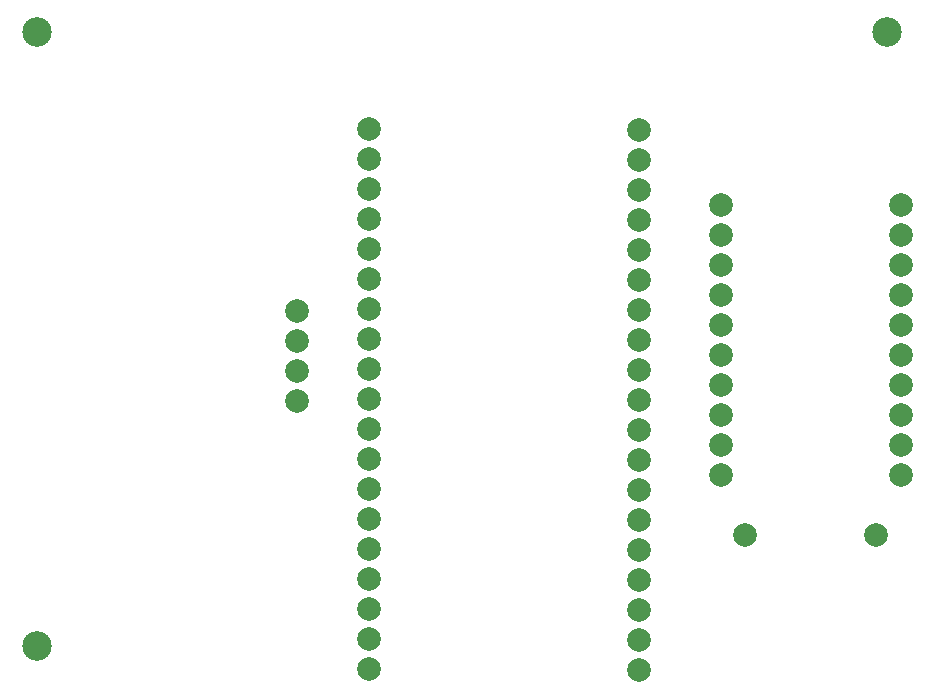
<source format=gbs>
G04 #@! TF.GenerationSoftware,KiCad,Pcbnew,(6.0.9)*
G04 #@! TF.CreationDate,2023-02-13T20:08:23+02:00*
G04 #@! TF.ProjectId,vodesht_vyzel,766f6465-7368-4745-9f76-797a656c2e6b,rev?*
G04 #@! TF.SameCoordinates,Original*
G04 #@! TF.FileFunction,Soldermask,Bot*
G04 #@! TF.FilePolarity,Negative*
%FSLAX46Y46*%
G04 Gerber Fmt 4.6, Leading zero omitted, Abs format (unit mm)*
G04 Created by KiCad (PCBNEW (6.0.9)) date 2023-02-13 20:08:23*
%MOMM*%
%LPD*%
G01*
G04 APERTURE LIST*
%ADD10C,2.500000*%
%ADD11C,2.000000*%
G04 APERTURE END LIST*
D10*
X119000000Y-123000000D03*
D11*
X147070000Y-79260000D03*
X147070000Y-81800000D03*
X147070000Y-84340000D03*
X147070000Y-86880000D03*
X147070000Y-89420000D03*
X147070000Y-91960000D03*
X147070000Y-94500000D03*
X147070000Y-97040000D03*
X147070000Y-99580000D03*
X147070000Y-102120000D03*
X147070000Y-104660000D03*
X147070000Y-107200000D03*
X147070000Y-109740000D03*
X147070000Y-112280000D03*
X147070000Y-114820000D03*
X147070000Y-117360000D03*
X147070000Y-119900000D03*
X147070000Y-122440000D03*
X147070000Y-124980000D03*
X169930000Y-79300000D03*
X169930000Y-81840000D03*
X169930000Y-84380000D03*
X169930000Y-86920000D03*
X169930000Y-89460000D03*
X169930000Y-92000000D03*
X169930000Y-94540000D03*
X169930000Y-97080000D03*
X169930000Y-99620000D03*
X169930000Y-102160000D03*
X169930000Y-104700000D03*
X169930000Y-107240000D03*
X169930000Y-109780000D03*
X169930000Y-112320000D03*
X169930000Y-114860000D03*
X169930000Y-117400000D03*
X169930000Y-119940000D03*
X169930000Y-122480000D03*
X169930000Y-125020000D03*
X141000000Y-94690000D03*
X141000000Y-97230000D03*
X141000000Y-99770000D03*
X141000000Y-102310000D03*
X190060000Y-113635000D03*
X192120000Y-108555000D03*
X192120000Y-106015000D03*
X192120000Y-103475000D03*
X192120000Y-100935000D03*
X192120000Y-98395000D03*
X192120000Y-95855000D03*
X192120000Y-93315000D03*
X192120000Y-90775000D03*
X192120000Y-88235000D03*
X192120000Y-85695000D03*
X178940000Y-113635000D03*
X176880000Y-108555000D03*
X176880000Y-106015000D03*
X176880000Y-103475000D03*
X176880000Y-100935000D03*
X176880000Y-98395000D03*
X176880000Y-95855000D03*
X176880000Y-93315000D03*
X176880000Y-90775000D03*
X176880000Y-88235000D03*
X176880000Y-85695000D03*
D10*
X119000000Y-71000000D03*
X191000000Y-71000000D03*
M02*

</source>
